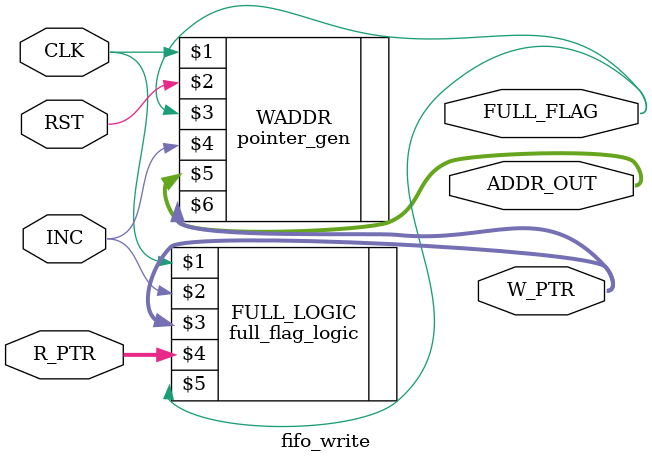
<source format=sv>
/************************************************************************************
***                                                                               ***
*** ECE 527 		                              Julio Rodriguez, Spring,2020***
***                                                                               ***
*** Address & Pointer generator for FIFO                                          ***
*************************************************************************************
*** fifo_write.sv              	   		 created by Julio R. , Apr 20 2020***
*** - Version 1.0								  ***
*** FLAG low means not full or empty, RST is active low				  ***
*************************************************************************************/							
`timescale 1ps/1ps

module fifo_write(CLK,RST,INC,R_PTR,FULL_FLAG,ADDR_OUT,W_PTR);

	parameter WIDTH =8 ;	 
   	input CLK,RST,INC;//inc data from sender saying there is data coming.
	input [WIDTH-1:0] R_PTR;

	output FULL_FLAG; //full signal goes to pointer gen & to transmitter
   	output reg [WIDTH-2:0] ADDR_OUT;
	output reg [WIDTH-1:0] W_PTR;
	
	reg FULL;
	
	//instances
	pointer_gen #(.WIDTH(WIDTH)) WADDR (CLK,RST,FULL_FLAG,INC,ADDR_OUT,W_PTR);
	full_flag_logic #(.WIDTH(WIDTH)) FULL_LOGIC (CLK,INC,W_PTR,R_PTR,FULL_FLAG);
endmodule




</source>
